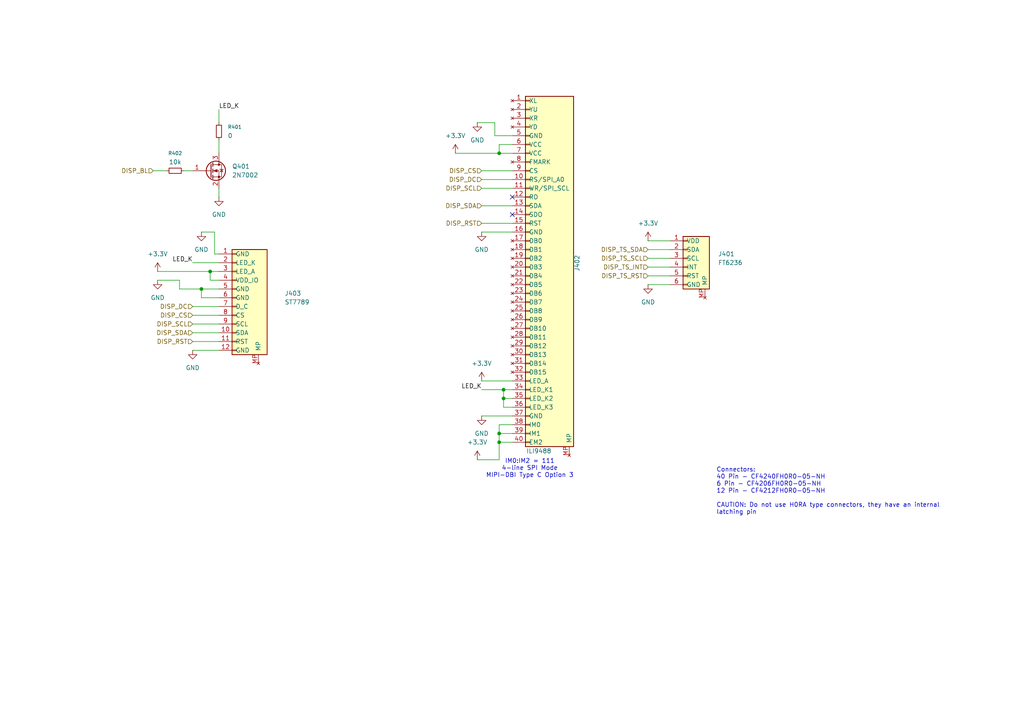
<source format=kicad_sch>
(kicad_sch (version 20250114) (generator "eeschema") (generator_version "9.0")
  (paper "A4")
  (lib_symbols
    (symbol "BVH_Connectors_Displays:FT6236_Conn_01x06" (pin_names (offset 1.016))
      (property "Reference" "J" (at 0 7.62 0))
      (property "Value" "FT6236_Conn_01x06" (at 0 -10.16 0))
      (symbol "FT6236_Conn_01x06_1_1"
        (rectangle (start -1.27 6.35) (end 6.35 -8.89) (stroke (width 0.254)) (fill (type background)))
        (rectangle (start -1.27 5.207) (end 0 4.953) (stroke (width 0.1524)))
        (rectangle (start -1.27 2.667) (end 0 2.413) (stroke (width 0.1524)))
        (rectangle (start -1.27 0.127) (end 0 -0.127) (stroke (width 0.1524)))
        (rectangle (start -1.27 -2.413) (end 0 -2.667) (stroke (width 0.1524)))
        (rectangle (start -1.27 -4.953) (end 0 -5.207) (stroke (width 0.1524)))
        (rectangle (start -1.27 -7.493) (end 0 -7.747) (stroke (width 0.1524)))
        (pin passive line (at -5.08 5.08 0) (length 3.81) (name "VDD") (number "1"))
        (pin passive line (at -5.08 2.54 0) (length 3.81) (name "SDA") (number "2"))
        (pin passive line (at -5.08 0 0) (length 3.81) (name "SCL") (number "3"))
        (pin passive line (at -5.08 -2.54 0) (length 3.81) (name "INT") (number "4"))
        (pin passive line (at -5.08 -5.08 0) (length 3.81) (name "RST") (number "5"))
        (pin passive line (at -5.08 -7.62 0) (length 3.81) (name "GND") (number "6"))
        (pin no_connect line (at 5.08 -11.43 90) (length 2.54) (name "MP") (number "MP"))
      )
    )
    (symbol "BVH_Connectors_Displays:ILI9388_Conn_40pin_SPI" (pin_names (offset 1.016))
      (property "Reference" "J" (at 0 50.8 0))
      (property "Value" "ILI9488_Conn" (at 0 -53.34 0))
      (symbol "ILI9388_Conn_40pin_SPI_1_1"
        (rectangle (start -1.27 49.53) (end 12.7 -52.07) (stroke (width 0.254)) (fill (type background)))
        (rectangle (start -1.27 48.387) (end 0 48.133) (stroke (width 0.1524)))
        (rectangle (start -1.27 45.847) (end 0 45.593) (stroke (width 0.1524)))
        (rectangle (start -1.27 43.307) (end 0 43.053) (stroke (width 0.1524)))
        (rectangle (start -1.27 40.767) (end 0 40.513) (stroke (width 0.1524)))
        (rectangle (start -1.27 38.227) (end 0 37.973) (stroke (width 0.1524)))
        (rectangle (start -1.27 35.687) (end 0 35.433) (stroke (width 0.1524)))
        (rectangle (start -1.27 33.147) (end 0 32.893) (stroke (width 0.1524)))
        (rectangle (start -1.27 30.607) (end 0 30.353) (stroke (width 0.1524)))
        (rectangle (start -1.27 28.067) (end 0 27.813) (stroke (width 0.1524)))
        (rectangle (start -1.27 25.527) (end 0 25.273) (stroke (width 0.1524)))
        (rectangle (start -1.27 22.987) (end 0 22.733) (stroke (width 0.1524)))
        (rectangle (start -1.27 20.447) (end 0 20.193) (stroke (width 0.1524)))
        (rectangle (start -1.27 17.907) (end 0 17.653) (stroke (width 0.1524)))
        (rectangle (start -1.27 15.367) (end 0 15.113) (stroke (width 0.1524)))
        (rectangle (start -1.27 12.827) (end 0 12.573) (stroke (width 0.1524)))
        (rectangle (start -1.27 10.287) (end 0 10.033) (stroke (width 0.1524)))
        (rectangle (start -1.27 7.747) (end 0 7.493) (stroke (width 0.1524)))
        (rectangle (start -1.27 5.207) (end 0 4.953) (stroke (width 0.1524)))
        (rectangle (start -1.27 2.667) (end 0 2.413) (stroke (width 0.1524)))
        (rectangle (start -1.27 0.127) (end 0 -0.127) (stroke (width 0.1524)))
        (rectangle (start -1.27 -2.413) (end 0 -2.667) (stroke (width 0.1524)))
        (rectangle (start -1.27 -4.953) (end 0 -5.207) (stroke (width 0.1524)))
        (rectangle (start -1.27 -7.493) (end 0 -7.747) (stroke (width 0.1524)))
        (rectangle (start -1.27 -10.033) (end 0 -10.287) (stroke (width 0.1524)))
        (rectangle (start -1.27 -12.573) (end 0 -12.827) (stroke (width 0.1524)))
        (rectangle (start -1.27 -15.113) (end 0 -15.367) (stroke (width 0.1524)))
        (rectangle (start -1.27 -17.653) (end 0 -17.907) (stroke (width 0.1524)))
        (rectangle (start -1.27 -20.193) (end 0 -20.447) (stroke (width 0.1524)))
        (rectangle (start -1.27 -22.733) (end 0 -22.987) (stroke (width 0.1524)))
        (rectangle (start -1.27 -25.273) (end 0 -25.527) (stroke (width 0.1524)))
        (rectangle (start -1.27 -27.813) (end 0 -28.067) (stroke (width 0.1524)))
        (rectangle (start -1.27 -30.353) (end 0 -30.607) (stroke (width 0.1524)))
        (rectangle (start -1.27 -32.893) (end 0 -33.147) (stroke (width 0.1524)))
        (rectangle (start -1.27 -35.433) (end 0 -35.687) (stroke (width 0.1524)))
        (rectangle (start -1.27 -37.973) (end 0 -38.227) (stroke (width 0.1524)))
        (rectangle (start -1.27 -40.513) (end 0 -40.767) (stroke (width 0.1524)))
        (rectangle (start -1.27 -43.053) (end 0 -43.307) (stroke (width 0.1524)))
        (rectangle (start -1.27 -45.593) (end 0 -45.847) (stroke (width 0.1524)))
        (rectangle (start -1.27 -48.133) (end 0 -48.387) (stroke (width 0.1524)))
        (rectangle (start -1.27 -50.673) (end 0 -50.927) (stroke (width 0.1524)))
        (pin no_connect line (at -5.08 48.26 0) (length 3.81) (name "XL") (number "1"))
        (pin no_connect line (at -5.08 45.72 0) (length 3.81) (name "YU") (number "2"))
        (pin no_connect line (at -5.08 43.18 0) (length 3.81) (name "XR") (number "3"))
        (pin no_connect line (at -5.08 40.64 0) (length 3.81) (name "YD") (number "4"))
        (pin passive line (at -5.08 38.1 0) (length 3.81) (name "GND") (number "5"))
        (pin passive line (at -5.08 35.56 0) (length 3.81) (name "VCC") (number "6"))
        (pin passive line (at -5.08 33.02 0) (length 3.81) (name "VCC") (number "7"))
        (pin no_connect line (at -5.08 30.48 0) (length 3.81) (name "FMARK") (number "8"))
        (pin passive line (at -5.08 27.94 0) (length 3.81) (name "CS") (number "9"))
        (pin passive line (at -5.08 25.4 0) (length 3.81) (name "RS/SPI_A0") (number "10"))
        (pin passive line (at -5.08 22.86 0) (length 3.81) (name "WR/SPI_SCL") (number "11"))
        (pin passive line (at -5.08 20.32 0) (length 3.81) (name "RD") (number "12"))
        (pin passive line (at -5.08 17.78 0) (length 3.81) (name "SDA") (number "13"))
        (pin passive line (at -5.08 15.24 0) (length 3.81) (name "SDO") (number "14"))
        (pin passive line (at -5.08 12.7 0) (length 3.81) (name "RST") (number "15"))
        (pin passive line (at -5.08 10.16 0) (length 3.81) (name "GND") (number "16"))
        (pin no_connect line (at -5.08 7.62 0) (length 3.81) (name "DB0") (number "17"))
        (pin no_connect line (at -5.08 5.08 0) (length 3.81) (name "DB1") (number "18"))
        (pin no_connect line (at -5.08 2.54 0) (length 3.81) (name "DB2") (number "19"))
        (pin no_connect line (at -5.08 0 0) (length 3.81) (name "DB3") (number "20"))
        (pin no_connect line (at -5.08 -2.54 0) (length 3.81) (name "DB4") (number "21"))
        (pin no_connect line (at -5.08 -5.08 0) (length 3.81) (name "DB5") (number "22"))
        (pin no_connect line (at -5.08 -7.62 0) (length 3.81) (name "DB6") (number "23"))
        (pin no_connect line (at -5.08 -10.16 0) (length 3.81) (name "DB7") (number "24"))
        (pin no_connect line (at -5.08 -12.7 0) (length 3.81) (name "DB8") (number "25"))
        (pin no_connect line (at -5.08 -15.24 0) (length 3.81) (name "DB9") (number "26"))
        (pin no_connect line (at -5.08 -17.78 0) (length 3.81) (name "DB10") (number "27"))
        (pin no_connect line (at -5.08 -20.32 0) (length 3.81) (name "DB11") (number "28"))
        (pin no_connect line (at -5.08 -22.86 0) (length 3.81) (name "DB12") (number "29"))
        (pin no_connect line (at -5.08 -25.4 0) (length 3.81) (name "DB13") (number "30"))
        (pin no_connect line (at -5.08 -27.94 0) (length 3.81) (name "DB14") (number "31"))
        (pin no_connect line (at -5.08 -30.48 0) (length 3.81) (name "DB15") (number "32"))
        (pin passive line (at -5.08 -33.02 0) (length 3.81) (name "LED_A") (number "33"))
        (pin passive line (at -5.08 -35.56 0) (length 3.81) (name "LED_K1") (number "34"))
        (pin passive line (at -5.08 -38.1 0) (length 3.81) (name "LED_K2") (number "35"))
        (pin passive line (at -5.08 -40.64 0) (length 3.81) (name "LED_K3") (number "36"))
        (pin passive line (at -5.08 -43.18 0) (length 3.81) (name "GND") (number "37"))
        (pin passive line (at -5.08 -45.72 0) (length 3.81) (name "IM0") (number "38"))
        (pin passive line (at -5.08 -48.26 0) (length 3.81) (name "IM1") (number "39"))
        (pin passive line (at -5.08 -50.8 0) (length 3.81) (name "EM2") (number "40"))
        (pin no_connect line (at 11.43 -54.61 90) (length 2.54) (name "MP") (number "MP"))
      )
    )
    (symbol "BVH_Connectors_Displays:ST7789_Conn_01x12" (pin_names (offset 1.016))
      (property "Reference" "J" (at 0 15.24 0))
      (property "Value" "ST7789_Conn_01x12" (at 0 -17.78 0))
      (symbol "ST7789_Conn_01x12_1_1"
        (rectangle (start -1.27 13.97) (end 8.89 -16.51) (stroke (width 0.254)) (fill (type background)))
        (rectangle (start -1.27 12.827) (end 0 12.573) (stroke (width 0.1524)))
        (rectangle (start -1.27 10.287) (end 0 10.033) (stroke (width 0.1524)))
        (rectangle (start -1.27 7.747) (end 0 7.493) (stroke (width 0.1524)))
        (rectangle (start -1.27 5.207) (end 0 4.953) (stroke (width 0.1524)))
        (rectangle (start -1.27 2.667) (end 0 2.413) (stroke (width 0.1524)))
        (rectangle (start -1.27 0.127) (end 0 -0.127) (stroke (width 0.1524)))
        (rectangle (start -1.27 -2.413) (end 0 -2.667) (stroke (width 0.1524)))
        (rectangle (start -1.27 -4.953) (end 0 -5.207) (stroke (width 0.1524)))
        (rectangle (start -1.27 -7.493) (end 0 -7.747) (stroke (width 0.1524)))
        (rectangle (start -1.27 -10.033) (end 0 -10.287) (stroke (width 0.1524)))
        (rectangle (start -1.27 -12.573) (end 0 -12.827) (stroke (width 0.1524)))
        (rectangle (start -1.27 -15.113) (end 0 -15.367) (stroke (width 0.1524)))
        (pin passive line (at -5.08 12.7 0) (length 3.81) (name "GND") (number "1"))
        (pin passive line (at -5.08 10.16 0) (length 3.81) (name "LED_K") (number "2"))
        (pin passive line (at -5.08 7.62 0) (length 3.81) (name "LED_A") (number "3"))
        (pin passive line (at -5.08 5.08 0) (length 3.81) (name "VDD_IO") (number "4"))
        (pin passive line (at -5.08 2.54 0) (length 3.81) (name "GND") (number "5"))
        (pin passive line (at -5.08 0 0) (length 3.81) (name "GND") (number "6"))
        (pin passive line (at -5.08 -2.54 0) (length 3.81) (name "D_C") (number "7"))
        (pin passive line (at -5.08 -5.08 0) (length 3.81) (name "CS") (number "8"))
        (pin passive line (at -5.08 -7.62 0) (length 3.81) (name "SCL") (number "9"))
        (pin passive line (at -5.08 -10.16 0) (length 3.81) (name "SDA") (number "10"))
        (pin passive line (at -5.08 -12.7 0) (length 3.81) (name "RST") (number "11"))
        (pin passive line (at -5.08 -15.24 0) (length 3.81) (name "GND") (number "12"))
        (pin no_connect line (at 6.35 -19.05 90) (length 2.54) (name "MP") (number "MP"))
      )
    )
    (symbol "Device:R_Small" (pin_numbers (hide yes)) (pin_names (offset 0.254) (hide yes))
      (property "Reference" "R" (at 0 0 90))
      (property "Value" "R_Small" (at 1.778 0 90))
      (symbol "R_Small_0_1"
        (rectangle (start -0.762 1.778) (end 0.762 -1.778) (stroke (width 0.2032)))
      )
      (symbol "R_Small_1_1"
        (pin passive line (at 0 2.54 270) (length 0.762) (name "~") (number "1"))
        (pin passive line (at 0 -2.54 90) (length 0.762) (name "~") (number "2"))
      )
    )
    (symbol "Transistor_FET:2N7002" (pin_names (hide yes))
      (property "Reference" "Q" (at 5.08 1.905 0))
      (property "Value" "2N7002" (at 5.08 0 0))
      (symbol "2N7002_0_1"
        (polyline (pts (xy 0.254 1.905) (xy 0.254 -1.905)) (stroke (width 0.254)))
        (polyline (pts (xy 0.254 0) (xy -2.54 0)))
        (polyline (pts (xy 0.762 2.286) (xy 0.762 1.27)) (stroke (width 0.254)))
        (polyline (pts (xy 0.762 0.508) (xy 0.762 -0.508)) (stroke (width 0.254)))
        (polyline (pts (xy 0.762 -1.27) (xy 0.762 -2.286)) (stroke (width 0.254)))
        (polyline (pts (xy 0.762 -1.778) (xy 3.302 -1.778) (xy 3.302 1.778) (xy 0.762 1.778)))
        (polyline (pts (xy 1.016 0) (xy 2.032 0.381) (xy 2.032 -0.381) (xy 1.016 0)) (fill (type outline)))
        (circle (center 1.651 0) (radius 2.794) (stroke (width 0.254)))
        (polyline (pts (xy 2.54 2.54) (xy 2.54 1.778)))
        (circle (center 2.54 1.778) (radius 0.254) (fill (type outline)))
        (circle (center 2.54 -1.778) (radius 0.254) (fill (type outline)))
        (polyline (pts (xy 2.54 -2.54) (xy 2.54 0) (xy 0.762 0)))
        (polyline (pts (xy 2.794 0.508) (xy 2.921 0.381) (xy 3.683 0.381) (xy 3.81 0.254)))
        (polyline (pts (xy 3.302 0.381) (xy 2.921 -0.254) (xy 3.683 -0.254) (xy 3.302 0.381)))
      )
      (symbol "2N7002_1_1"
        (pin input line (at -5.08 0 0) (length 2.54) (name "G") (number "1"))
        (pin passive line (at 2.54 5.08 270) (length 2.54) (name "D") (number "3"))
        (pin passive line (at 2.54 -5.08 90) (length 2.54) (name "S") (number "2"))
      )
    )
    (symbol "power:+3.3V" (power) (pin_numbers (hide yes)) (pin_names (offset 0) (hide yes))
      (property "Value" "+3.3V" (at 0 3.556 0))
      (symbol "+3.3V_0_1"
        (polyline (pts (xy -0.762 1.27) (xy 0 2.54)))
        (polyline (pts (xy 0 2.54) (xy 0.762 1.27)))
        (polyline (pts (xy 0 0) (xy 0 2.54)))
      )
      (symbol "+3.3V_1_1"
        (pin power_in line (at 0 0 90) (length 0) (name "~") (number "1"))
      )
    )
    (symbol "power:GND" (power) (pin_numbers (hide yes)) (pin_names (offset 0) (hide yes))
      (property "Value" "GND" (at 0 -3.81 0))
      (symbol "GND_0_1"
        (polyline (pts (xy 0 0) (xy 0 -1.27) (xy 1.27 -1.27) (xy 0 -2.54) (xy -1.27 -1.27) (xy 0 -1.27)))
      )
      (symbol "GND_1_1"
        (pin power_in line (at 0 0 270) (length 0) (name "~") (number "1"))
      )
    )
  )
  (text "IM0:IM2 = 111\n4-line SPI Mode\nMIPI-DBI Type C Option 3" (at 153.67 135.89 0) (effects (font (size 1.27 1.27))))
  (text "Connectors:\n40 Pin - CF4240FH0R0-05-NH\n6 Pin - CF4206FH0R0-05-NH\n12 Pin - CF4212FH0R0-05-NH\n\nCAUTION: Do not use H0RA type connectors, they have an internal\nlatching pin" (at 207.772 142.494 0) (effects (font (size 1.27 1.27)) (justify left)))
  (junction (at 146.05 115.57))
  (junction (at 144.78 125.73))
  (junction (at 146.05 113.03))
  (junction (at 144.78 44.45))
  (junction (at 58.42 83.82))
  (junction (at 144.78 128.27))
  (junction (at 60.96 78.74))
  (no_connect (at 148.59 57.15))
  (no_connect (at 148.59 62.23))
  (wire (pts (xy 187.96 77.47) (xy 194.31 77.47)))
  (wire (pts (xy 58.42 83.82) (xy 63.5 83.82)))
  (wire (pts (xy 55.88 93.98) (xy 63.5 93.98)))
  (wire (pts (xy 52.07 81.28) (xy 52.07 83.82)))
  (wire (pts (xy 139.7 54.61) (xy 148.59 54.61)))
  (wire (pts (xy 60.96 81.28) (xy 60.96 78.74)))
  (wire (pts (xy 44.45 49.53) (xy 48.26 49.53)))
  (wire (pts (xy 139.7 110.49) (xy 148.59 110.49)))
  (wire (pts (xy 146.05 113.03) (xy 148.59 113.03)))
  (wire (pts (xy 187.96 82.55) (xy 194.31 82.55)))
  (wire (pts (xy 187.96 69.85) (xy 194.31 69.85)))
  (wire (pts (xy 138.43 35.56) (xy 143.51 35.56)))
  (wire (pts (xy 144.78 133.35) (xy 144.78 128.27)))
  (wire (pts (xy 58.42 67.31) (xy 62.23 67.31)))
  (wire (pts (xy 58.42 86.36) (xy 58.42 83.82)))
  (wire (pts (xy 45.72 81.28) (xy 52.07 81.28)))
  (wire (pts (xy 62.23 73.66) (xy 63.5 73.66)))
  (wire (pts (xy 143.51 39.37) (xy 148.59 39.37)))
  (wire (pts (xy 139.7 113.03) (xy 146.05 113.03)))
  (wire (pts (xy 144.78 44.45) (xy 148.59 44.45)))
  (wire (pts (xy 63.5 31.75) (xy 63.5 35.56)))
  (wire (pts (xy 187.96 74.93) (xy 194.31 74.93)))
  (wire (pts (xy 144.78 125.73) (xy 144.78 123.19)))
  (wire (pts (xy 139.7 52.07) (xy 148.59 52.07)))
  (wire (pts (xy 187.96 80.01) (xy 194.31 80.01)))
  (wire (pts (xy 62.23 67.31) (xy 62.23 73.66)))
  (wire (pts (xy 148.59 41.91) (xy 144.78 41.91)))
  (wire (pts (xy 63.5 54.61) (xy 63.5 57.15)))
  (wire (pts (xy 187.96 72.39) (xy 194.31 72.39)))
  (wire (pts (xy 52.07 83.82) (xy 58.42 83.82)))
  (wire (pts (xy 148.59 115.57) (xy 146.05 115.57)))
  (wire (pts (xy 144.78 123.19) (xy 148.59 123.19)))
  (wire (pts (xy 139.7 64.77) (xy 148.59 64.77)))
  (wire (pts (xy 55.88 96.52) (xy 63.5 96.52)))
  (wire (pts (xy 144.78 128.27) (xy 148.59 128.27)))
  (wire (pts (xy 63.5 40.64) (xy 63.5 44.45)))
  (wire (pts (xy 144.78 128.27) (xy 144.78 125.73)))
  (wire (pts (xy 45.72 78.74) (xy 60.96 78.74)))
  (wire (pts (xy 144.78 41.91) (xy 144.78 44.45)))
  (wire (pts (xy 144.78 125.73) (xy 148.59 125.73)))
  (wire (pts (xy 138.43 133.35) (xy 144.78 133.35)))
  (wire (pts (xy 139.7 59.69) (xy 148.59 59.69)))
  (wire (pts (xy 63.5 86.36) (xy 58.42 86.36)))
  (wire (pts (xy 55.88 88.9) (xy 63.5 88.9)))
  (wire (pts (xy 146.05 115.57) (xy 146.05 113.03)))
  (wire (pts (xy 63.5 81.28) (xy 60.96 81.28)))
  (wire (pts (xy 55.88 99.06) (xy 63.5 99.06)))
  (wire (pts (xy 60.96 78.74) (xy 63.5 78.74)))
  (wire (pts (xy 55.88 91.44) (xy 63.5 91.44)))
  (wire (pts (xy 55.88 101.6) (xy 63.5 101.6)))
  (wire (pts (xy 132.08 44.45) (xy 144.78 44.45)))
  (wire (pts (xy 139.7 67.31) (xy 148.59 67.31)))
  (wire (pts (xy 148.59 118.11) (xy 146.05 118.11)))
  (wire (pts (xy 53.34 49.53) (xy 55.88 49.53)))
  (wire (pts (xy 55.88 76.2) (xy 63.5 76.2)))
  (wire (pts (xy 143.51 35.56) (xy 143.51 39.37)))
  (wire (pts (xy 146.05 118.11) (xy 146.05 115.57)))
  (wire (pts (xy 139.7 120.65) (xy 148.59 120.65)))
  (wire (pts (xy 139.7 49.53) (xy 148.59 49.53)))
  (label "LED_K" (at 139.7 113.03 180))
  (label "LED_K" (at 55.88 76.2 180))
  (label "LED_K" (at 63.5 31.75 0))
  (hierarchical_label "DISP_TS_RST" (shape input) (at 187.96 80.01 180))
  (hierarchical_label "DISP_TS_SDA" (shape input) (at 187.96 72.39 180))
  (hierarchical_label "DISP_DC" (shape input) (at 55.88 88.9 180))
  (hierarchical_label "DISP_BL" (shape input) (at 44.45 49.53 180))
  (hierarchical_label "DISP_SCL" (shape input) (at 139.7 54.61 180))
  (hierarchical_label "DISP_RST" (shape input) (at 55.88 99.06 180))
  (hierarchical_label "DISP_TS_INT" (shape input) (at 187.96 77.47 180))
  (hierarchical_label "DISP_CS" (shape input) (at 139.7 49.53 180))
  (hierarchical_label "DISP_TS_SCL" (shape input) (at 187.96 74.93 180))
  (hierarchical_label "DISP_DC" (shape input) (at 139.7 52.07 180))
  (hierarchical_label "DISP_SDA" (shape input) (at 55.88 96.52 180))
  (hierarchical_label "DISP_RST" (shape input) (at 139.7 64.77 180))
  (hierarchical_label "DISP_SCL" (shape input) (at 55.88 93.98 180))
  (hierarchical_label "DISP_SDA" (shape input) (at 139.7 59.69 180))
  (hierarchical_label "DISP_CS" (shape input) (at 55.88 91.44 180))
  (symbol (lib_id "power:+3.3V") (at 139.7 110.49 0) (unit 1)
    (property "Reference" "#PWR0611" (effects (hide yes)))
    (property "Value" "+3.3V" (at 139.7 105.41 0))
    (property "Description" "Power symbol creates a global label with name \"+3.3V\"" (effects (hide yes)))
    (instances (project "display_board" (path "" (reference "#PWR0411") (unit 1))) (project "display_board" (path "" (reference "#PWR0611") (unit 1))))
  )
  (symbol (lib_id "power:GND") (at 138.43 35.56 0) (unit 1)
    (property "Reference" "#PWR0601" (effects (hide yes)))
    (property "Value" "GND" (at 138.43 40.64 0))
    (property "Description" "Power symbol creates a global label with name \"GND\" , ground" (effects (hide yes)))
    (instances (project "display_board" (path "" (reference "#PWR0401") (unit 1))) (project "display_board" (path "" (reference "#PWR0601") (unit 1))))
  )
  (symbol (lib_id "power:+3.3V") (at 138.43 133.35 0) (unit 1)
    (property "Reference" "#PWR0613" (effects (hide yes)))
    (property "Value" "+3.3V" (at 138.43 128.27 0))
    (property "Description" "Power symbol creates a global label with name \"+3.3V\"" (effects (hide yes)))
    (instances (project "display_board" (path "" (reference "#PWR0413") (unit 1))) (project "display_board" (path "" (reference "#PWR0613") (unit 1))))
  )
  (symbol (lib_id "power:GND") (at 187.96 82.55 0) (unit 1)
    (property "Reference" "#PWR0609" (effects (hide yes)))
    (property "Value" "GND" (at 187.96 87.63 0))
    (property "Description" "Power symbol creates a global label with name \"GND\" , ground" (effects (hide yes)))
    (instances (project "display_board" (path "" (reference "#PWR0409") (unit 1))) (project "display_board" (path "" (reference "#PWR0609") (unit 1))))
  )
  (symbol (lib_id "power:GND") (at 139.7 67.31 0) (unit 1)
    (property "Reference" "#PWR0605" (effects (hide yes)))
    (property "Value" "GND" (at 139.7 72.39 0))
    (property "Description" "Power symbol creates a global label with name \"GND\" , ground" (effects (hide yes)))
    (instances (project "display_board" (path "" (reference "#PWR0405") (unit 1))) (project "display_board" (path "" (reference "#PWR0605") (unit 1))))
  )
  (symbol (lib_id "power:+3.3V") (at 187.96 69.85 0) (unit 1)
    (property "Reference" "#PWR0606" (effects (hide yes)))
    (property "Value" "+3.3V" (at 187.96 64.77 0))
    (property "Description" "Power symbol creates a global label with name \"+3.3V\"" (effects (hide yes)))
    (instances (project "display_board" (path "" (reference "#PWR0406") (unit 1))) (project "display_board" (path "" (reference "#PWR0606") (unit 1))))
  )
  (symbol (lib_id "power:GND") (at 45.72 81.28 0) (unit 1)
    (property "Reference" "#PWR0608" (effects (hide yes)))
    (property "Value" "GND" (at 45.72 86.36 0))
    (property "Description" "Power symbol creates a global label with name \"GND\" , ground" (effects (hide yes)))
    (instances (project "display_board" (path "" (reference "#PWR0408") (unit 1))) (project "display_board" (path "" (reference "#PWR0608") (unit 1))))
  )
  (symbol (lib_id "power:GND") (at 55.88 101.6 0) (unit 1)
    (property "Reference" "#PWR0610" (effects (hide yes)))
    (property "Value" "GND" (at 55.88 106.68 0))
    (property "Description" "Power symbol creates a global label with name \"GND\" , ground" (effects (hide yes)))
    (instances (project "display_board" (path "" (reference "#PWR0410") (unit 1))) (project "display_board" (path "" (reference "#PWR0610") (unit 1))))
  )
  (symbol (lib_id "power:+3.3V") (at 132.08 44.45 0) (unit 1)
    (property "Reference" "#PWR0602" (effects (hide yes)))
    (property "Value" "+3.3V" (at 132.08 39.37 0))
    (property "Description" "Power symbol creates a global label with name \"+3.3V\"" (effects (hide yes)))
    (instances (project "display_board" (path "" (reference "#PWR0402") (unit 1))) (project "display_board" (path "" (reference "#PWR0602") (unit 1))))
  )
  (symbol (lib_id "BVH_Connectors_Displays:ST7789_Conn_01x12") (at 68.58 86.36 0) (unit 1)
    (property "Reference" "J603" (at 82.55 85.0899 0) (effects (justify left)))
    (property "Value" "ST7789" (at 82.55 87.6299 0) (effects (justify left)))
    (property "Footprint" "BVH_Connector_Display:Cvilux_CF4212FH0R0-05-NH_FFC_01x12-1MP_P0.5mm_Horizontal_1" (effects (hide yes)))
    (property "Description" "Generic connector, single row, 01x12, script generated (kicad-library-utils/schlib/autogen/connector/)" (effects (hide yes)))
    (instances (project "" (path "" (reference "J403") (unit 1))) (project "" (path "" (reference "J603") (unit 1))))
  )
  (symbol (lib_id "power:GND") (at 139.7 120.65 0) (unit 1)
    (property "Reference" "#PWR0612" (effects (hide yes)))
    (property "Value" "GND" (at 139.7 125.73 0))
    (property "Description" "Power symbol creates a global label with name \"GND\" , ground" (effects (hide yes)))
    (instances (project "display_board" (path "" (reference "#PWR0412") (unit 1))) (project "display_board" (path "" (reference "#PWR0612") (unit 1))))
  )
  (symbol (lib_id "BVH_Connectors_Displays:ILI9388_Conn_40pin_SPI") (at 153.67 77.47 0) (unit 1)
    (property "Reference" "J602" (at 167.386 78.74 90) (effects (justify left)))
    (property "Value" "ILI9488" (at 152.654 130.81 0) (effects (justify left)))
    (property "Footprint" "BVH_Connector_Display:Cvilux_CF4240FH0R0-05-NH_FFC_01x40-1MP_P0.5mm_Horizontal" (effects (hide yes)))
    (property "Description" "Generic connector, single row, 01x40, script generated (kicad-library-utils/schlib/autogen/connector/)" (effects (hide yes)))
    (instances (project "" (path "" (reference "J402") (unit 1))) (project "" (path "" (reference "J602") (unit 1))))
  )
  (symbol (lib_id "Device:R_Small") (at 63.5 38.1 0) (unit 1)
    (property "Reference" "R601" (at 66.04 36.8299 0) (effects (font (size 1.016 1.016)) (justify left)))
    (property "Value" "0" (at 66.04 39.3699 0) (effects (justify left)))
    (property "Footprint" "Resistor_SMD:R_0603_1608Metric_Pad0.98x0.95mm_HandSolder" (effects (hide yes)))
    (property "Description" "Resistor, small symbol" (effects (hide yes)))
    (instances (project "" (path "" (reference "R401") (unit 1))) (project "" (path "" (reference "R601") (unit 1))))
  )
  (symbol (lib_id "BVH_Connectors_Displays:FT6236_Conn_01x06") (at 199.39 74.93 0) (unit 1)
    (property "Reference" "J601" (at 208.28 73.6599 0) (effects (justify left)))
    (property "Value" "FT6236" (at 208.28 76.1999 0) (effects (justify left)))
    (property "Footprint" "BVH_Connector_Display:Cvilux_CF4206FH0R0-05-NH_FFC_01x06-1MP_P0.5mm_Horizontal" (effects (hide yes)))
    (property "Description" "Generic connector, single row, 01x06, script generated (kicad-library-utils/schlib/autogen/connector/)" (effects (hide yes)))
    (instances (project "" (path "" (reference "J401") (unit 1))) (project "" (path "" (reference "J601") (unit 1))))
  )
  (symbol (lib_id "power:GND") (at 63.5 57.15 0) (unit 1)
    (property "Reference" "#PWR0603" (effects (hide yes)))
    (property "Value" "GND" (at 63.5 62.23 0))
    (property "Description" "Power symbol creates a global label with name \"GND\" , ground" (effects (hide yes)))
    (instances (project "" (path "" (reference "#PWR0403") (unit 1))) (project "" (path "" (reference "#PWR0603") (unit 1))))
  )
  (symbol (lib_id "Device:R_Small") (at 50.8 49.53 90) (unit 1)
    (property "Reference" "R602" (at 50.8 44.45 90) (effects (font (size 1.016 1.016))))
    (property "Value" "10k" (at 50.8 46.99 90))
    (property "Footprint" "Resistor_SMD:R_0603_1608Metric_Pad0.98x0.95mm_HandSolder" (effects (hide yes)))
    (property "Description" "Resistor, small symbol" (effects (hide yes)))
    (instances (project "display_board" (path "" (reference "R402") (unit 1))) (project "display_board" (path "" (reference "R602") (unit 1))))
  )
  (symbol (lib_id "power:+3.3V") (at 45.72 78.74 0) (unit 1)
    (property "Reference" "#PWR0607" (effects (hide yes)))
    (property "Value" "+3.3V" (at 45.72 73.66 0))
    (property "Description" "Power symbol creates a global label with name \"+3.3V\"" (effects (hide yes)))
    (instances (project "" (path "" (reference "#PWR0407") (unit 1))) (project "" (path "" (reference "#PWR0607") (unit 1))))
  )
  (symbol (lib_id "power:GND") (at 58.42 67.31 0) (unit 1)
    (property "Reference" "#PWR0604" (effects (hide yes)))
    (property "Value" "GND" (at 58.42 72.39 0))
    (property "Description" "Power symbol creates a global label with name \"GND\" , ground" (effects (hide yes)))
    (instances (project "display_board" (path "" (reference "#PWR0404") (unit 1))) (project "display_board" (path "" (reference "#PWR0604") (unit 1))))
  )
  (symbol (lib_id "Transistor_FET:2N7002") (at 60.96 49.53 0) (unit 1)
    (property "Reference" "Q601" (at 67.31 48.2599 0) (effects (justify left)))
    (property "Value" "2N7002" (at 67.31 50.7999 0) (effects (justify left)))
    (property "Footprint" "Package_TO_SOT_SMD:SOT-23" (effects (hide yes)))
    (property "Datasheet" "https://www.onsemi.com/pub/Collateral/NDS7002A-D.PDF" (effects (hide yes)))
    (property "Description" "0.115A Id, 60V Vds, N-Channel MOSFET, SOT-23" (effects (hide yes)))
    (instances (project "" (path "" (reference "Q401") (unit 1))) (project "" (path "" (reference "Q601") (unit 1))))
  )
)
</source>
